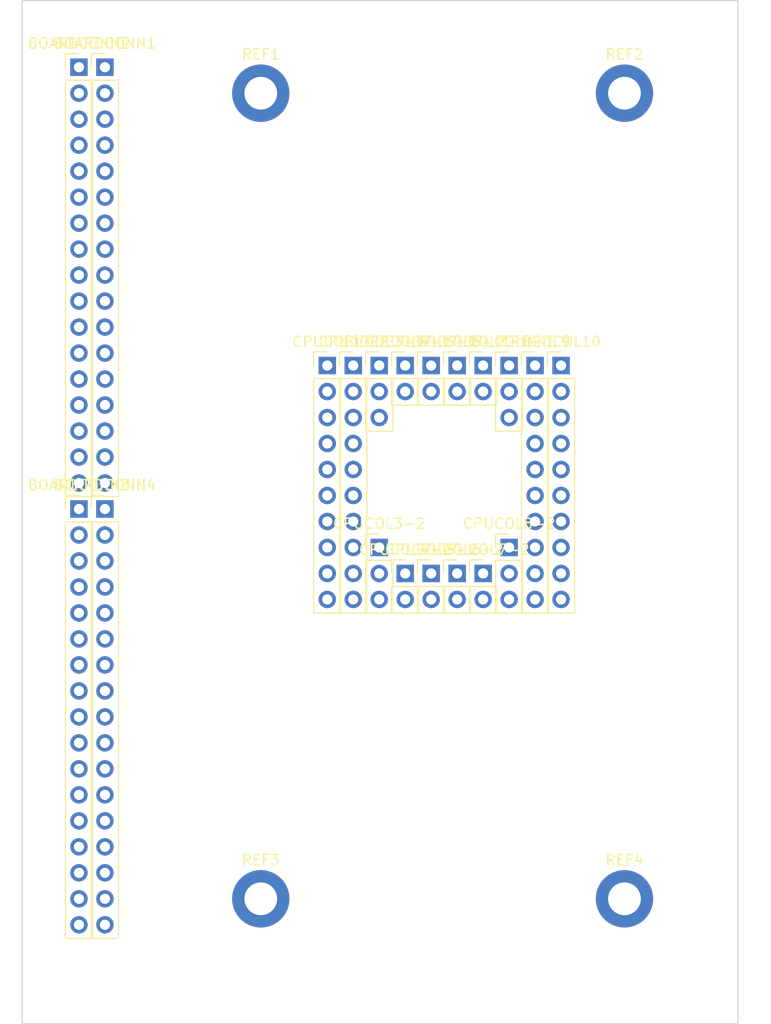
<source format=kicad_pcb>
(kicad_pcb (version 20211014) (generator pcbnew)
  (layers (0 "F.Cu" signal) (31 "B.Cu" signal) (34 "B.Paste" user) (35 "F.Paste" user) (36 "B.SilkS" user "B.Silkscreen") (37 "F.SilkS" user "F.Silkscreen") (38 "B.Mask" user) (39 "F.Mask" user) (44 "Edge.Cuts" user))
  (net 0 "")
  (net 1 "/K1")
  (net 2 "/J1")
  (net 3 "/H1")
  (net 4 "/G1")
  (net 5 "/F1")
  (net 6 "/E1")
  (net 7 "/D1")
  (net 8 "/C1")
  (net 9 "/B1")
  (net 10 "/A1")
  (net 11 "/K2")
  (net 12 "/J2")
  (net 13 "/H2")
  (net 14 "/G2")
  (net 15 "/F2")
  (net 16 "/E2")
  (net 17 "/D2")
  (net 18 "/C2")
  (net 19 "/B2")
  (net 20 "/A2")
  (net 21 "/K3")
  (net 22 "/J3")
  (net 23 "/H3")
  (net 24 "/C3")
  (net 25 "/B3")
  (net 26 "/A3")
  (net 27 "/K4")
  (net 28 "/J4")
  (net 29 "/B4")
  (net 30 "/A4")
  (net 31 "/K5")
  (net 32 "/J5")
  (net 33 "/B5")
  (net 34 "/A5")
  (net 35 "/K6")
  (net 36 "/J6")
  (net 37 "/B6")
  (net 38 "/A6")
  (net 39 "/K7")
  (net 40 "/J7")
  (net 41 "/B7")
  (net 42 "/A7")
  (net 43 "/K8")
  (net 44 "/J8")
  (net 45 "/H8")
  (net 46 "/C8")
  (net 47 "/B8")
  (net 48 "/A8")
  (net 49 "/K9")
  (net 50 "/J9")
  (net 51 "/H9")
  (net 52 "/G9")
  (net 53 "/F9")
  (net 54 "/E9")
  (net 55 "/D9")
  (net 56 "/C9")
  (net 57 "/B9")
  (net 58 "/A9")
  (net 59 "/K10")
  (net 60 "/J10")
  (net 61 "/H10")
  (net 62 "/G10")
  (net 63 "/F10")
  (net 64 "/E10")
  (net 65 "/D10")
  (net 66 "/C10")
  (net 67 "/B10")
  (net 68 "/A10")
  (footprint "Connector_PinHeader_2.54mm:PinHeader_1x02_P2.54mm_Vertical" (layer "F.Cu") (at 75.08 125.68)
    (fp_text reference "CPUCOL7-1" (at 0 -2.33) (layer "F.SilkS"))
    (fp_text value "Conn_01x02_Female")
    (fp_line (start -1.33 1.27) (end -1.33 3.87) (layer "F.SilkS") (width 0.12))
    (fp_line (start -1.33 1.27) (end 1.33 1.27) (layer "F.SilkS") (width 0.12))
    (fp_line (start -1.33 3.87) (end 1.33 3.87) (layer "F.SilkS") (width 0.12))
    (fp_line (start -1.33 -1.33) (end 0 -1.33) (layer "F.SilkS") (width 0.12))
    (fp_line (start 1.33 1.27) (end 1.33 3.87) (layer "F.SilkS") (width 0.12))
    (fp_line (start -1.33 0) (end -1.33 -1.33) (layer "F.SilkS") (width 0.12))
    (pad "1" thru_hole rect (at 0 0) (size 1.7 1.7) (drill 1) (layers *.Cu *.Mask) (net 39 "/K7"))
    (pad "2" thru_hole oval (at 0 2.54) (size 1.7 1.7) (drill 1) (layers *.Cu *.Mask) (net 40 "/J7"))
  )
  (footprint "MountingHole:MountingHole_3.2mm_M3_DIN965_Pad" (layer "F.Cu") (at 88.9 99.06)
    (fp_text reference "REF2" (at 0 -3.8) (layer "F.SilkS"))
    (fp_text value "MountingHole_3.2mm_M3_DIN965_Pad")
    (pad "1" thru_hole circle (at 0 0) (size 5.6 5.6) (drill 3.2) (layers *.Cu *.Mask))
  )
  (footprint "Connector_PinHeader_2.54mm:PinHeader_1x03_P2.54mm_Vertical" (layer "F.Cu") (at 64.92 125.68)
    (fp_text reference "CPUCOL3-1" (at 0 -2.33) (layer "F.SilkS"))
    (fp_text value "Conn_01x03_Female")
    (fp_line (start -1.33 -1.33) (end 0 -1.33) (layer "F.SilkS") (width 0.12))
    (fp_line (start 1.33 1.27) (end 1.33 6.41) (layer "F.SilkS") (width 0.12))
    (fp_line (start -1.33 0) (end -1.33 -1.33) (layer "F.SilkS") (width 0.12))
    (fp_line (start -1.33 1.27) (end 1.33 1.27) (layer "F.SilkS") (width 0.12))
    (fp_line (start -1.33 6.41) (end 1.33 6.41) (layer "F.SilkS") (width 0.12))
    (fp_line (start -1.33 1.27) (end -1.33 6.41) (layer "F.SilkS") (width 0.12))
    (pad "1" thru_hole rect (at 0 0) (size 1.7 1.7) (drill 1) (layers *.Cu *.Mask) (net 21 "/K3"))
    (pad "2" thru_hole oval (at 0 2.54) (size 1.7 1.7) (drill 1) (layers *.Cu *.Mask) (net 22 "/J3"))
    (pad "3" thru_hole oval (at 0 5.08) (size 1.7 1.7) (drill 1) (layers *.Cu *.Mask) (net 23 "/H3"))
  )
  (footprint "MountingHole:MountingHole_3.2mm_M3_DIN965_Pad" (layer "F.Cu") (at 53.34 99.06)
    (fp_text reference "REF1" (at 0 -3.8) (layer "F.SilkS"))
    (fp_text value "MountingHole_3.2mm_M3_DIN965_Pad")
    (pad "1" thru_hole circle (at 0 0) (size 5.6 5.6) (drill 3.2) (layers *.Cu *.Mask))
  )
  (footprint "MountingHole:MountingHole_3.2mm_M3_DIN965_Pad" (layer "F.Cu") (at 53.34 177.8)
    (fp_text reference "REF3" (at 0 -3.8) (layer "F.SilkS"))
    (fp_text value "MountingHole_3.2mm_M3_DIN965_Pad")
    (pad "1" thru_hole circle (at 0 0) (size 5.6 5.6) (drill 3.2) (layers *.Cu *.Mask))
  )
  (footprint "Connector_PinHeader_2.54mm:PinHeader_1x02_P2.54mm_Vertical" (layer "F.Cu") (at 75.08 146)
    (fp_text reference "CPUCOL7-2" (at 0 -2.33) (layer "F.SilkS"))
    (fp_text value "Conn_01x02_Female")
    (fp_line (start -1.33 1.27) (end -1.33 3.87) (layer "F.SilkS") (width 0.12))
    (fp_line (start -1.33 3.87) (end 1.33 3.87) (layer "F.SilkS") (width 0.12))
    (fp_line (start -1.33 -1.33) (end 0 -1.33) (layer "F.SilkS") (width 0.12))
    (fp_line (start 1.33 1.27) (end 1.33 3.87) (layer "F.SilkS") (width 0.12))
    (fp_line (start -1.33 1.27) (end 1.33 1.27) (layer "F.SilkS") (width 0.12))
    (fp_line (start -1.33 0) (end -1.33 -1.33) (layer "F.SilkS") (width 0.12))
    (pad "1" thru_hole rect (at 0 0) (size 1.7 1.7) (drill 1) (layers *.Cu *.Mask) (net 41 "/B7"))
    (pad "2" thru_hole oval (at 0 2.54) (size 1.7 1.7) (drill 1) (layers *.Cu *.Mask) (net 42 "/A7"))
  )
  (footprint "Connector_PinHeader_2.54mm:PinHeader_1x17_P2.54mm_Vertical" (layer "F.Cu") (at 35.56 96.52)
    (fp_text reference "BOARDCONN2" (at 0 -2.33) (layer "F.SilkS"))
    (fp_text value "Conn_01x17_Female")
    (fp_line (start 1.33 1.27) (end 1.33 41.97) (layer "F.SilkS") (width 0.12))
    (fp_line (start -1.33 41.97) (end 1.33 41.97) (layer "F.SilkS") (width 0.12))
    (fp_line (start -1.33 -1.33) (end 0 -1.33) (layer "F.SilkS") (width 0.12))
    (fp_line (start -1.33 1.27) (end -1.33 41.97) (layer "F.SilkS") (width 0.12))
    (fp_line (start -1.33 0) (end -1.33 -1.33) (layer "F.SilkS") (width 0.12))
    (fp_line (start -1.33 1.27) (end 1.33 1.27) (layer "F.SilkS") (width 0.12))
    (pad "1" thru_hole rect (at 0 0) (size 1.7 1.7) (drill 1) (layers *.Cu *.Mask) (net 18 "/C2"))
    (pad "2" thru_hole oval (at 0 2.54) (size 1.7 1.7) (drill 1) (layers *.Cu *.Mask) (net 19 "/B2"))
    (pad "3" thru_hole oval (at 0 5.08) (size 1.7 1.7) (drill 1) (layers *.Cu *.Mask) (net 20 "/A2"))
    (pad "4" thru_hole oval (at 0 7.62) (size 1.7 1.7) (drill 1) (layers *.Cu *.Mask) (net 21 "/K3"))
    (pad "5" thru_hole oval (at 0 10.16) (size 1.7 1.7) (drill 1) (layers *.Cu *.Mask) (net 22 "/J3"))
    (pad "6" thru_hole oval (at 0 12.7) (size 1.7 1.7) (drill 1) (layers *.Cu *.Mask) (net 23 "/H3"))
    (pad "7" thru_hole oval (at 0 15.24) (size 1.7 1.7) (drill 1) (layers *.Cu *.Mask) (net 24 "/C3"))
    (pad "8" thru_hole oval (at 0 17.78) (size 1.7 1.7) (drill 1) (layers *.Cu *.Mask) (net 25 "/B3"))
    (pad "9" thru_hole oval (at 0 20.32) (size 1.7 1.7) (drill 1) (layers *.Cu *.Mask) (net 26 "/A3"))
    (pad "10" thru_hole oval (at 0 22.86) (size 1.7 1.7) (drill 1) (layers *.Cu *.Mask) (net 27 "/K4"))
    (pad "11" thru_hole oval (at 0 25.4) (size 1.7 1.7) (drill 1) (layers *.Cu *.Mask) (net 28 "/J4"))
    (pad "12" thru_hole oval (at 0 27.94) (size 1.7 1.7) (drill 1) (layers *.Cu *.Mask) (net 29 "/B4"))
    (pad "13" thru_hole oval (at 0 30.48) (size 1.7 1.7) (drill 1) (layers *.Cu *.Mask) (net 30 "/A4"))
    (pad "14" thru_hole oval (at 0 33.02) (size 1.7 1.7) (drill 1) (layers *.Cu *.Mask) (net 31 "/K5"))
    (pad "15" thru_hole oval (at 0 35.56) (size 1.7 1.7) (drill 1) (layers *.Cu *.Mask) (net 32 "/J5"))
    (pad "16" thru_hole oval (at 0 38.1) (size 1.7 1.7) (drill 1) (layers *.Cu *.Mask) (net 33 "/B5"))
    (pad "17" thru_hole oval (at 0 40.64) (size 1.7 1.7) (drill 1) (layers *.Cu *.Mask) (net 34 "/A5"))
  )
  (footprint "Connector_PinHeader_2.54mm:PinHeader_1x02_P2.54mm_Vertical" (layer "F.Cu") (at 70 146)
    (fp_text reference "CPUCOL5-2" (at 0 -2.33) (layer "F.SilkS"))
    (fp_text value "Conn_01x02_Female")
    (fp_line (start -1.33 1.27) (end 1.33 1.27) (layer "F.SilkS") (width 0.12))
    (fp_line (start -1.33 1.27) (end -1.33 3.87) (layer "F.SilkS") (width 0.12))
    (fp_line (start -1.33 0) (end -1.33 -1.33) (layer "F.SilkS") (width 0.12))
    (fp_line (start -1.33 3.87) (end 1.33 3.87) (layer "F.SilkS") (width 0.12))
    (fp_line (start 1.33 1.27) (end 1.33 3.87) (layer "F.SilkS") (width 0.12))
    (fp_line (start -1.33 -1.33) (end 0 -1.33) (layer "F.SilkS") (width 0.12))
    (pad "1" thru_hole rect (at 0 0) (size 1.7 1.7) (drill 1) (layers *.Cu *.Mask) (net 33 "/B5"))
    (pad "2" thru_hole oval (at 0 2.54) (size 1.7 1.7) (drill 1) (layers *.Cu *.Mask) (net 34 "/A5"))
  )
  (footprint "Connector_PinHeader_2.54mm:PinHeader_1x10_P2.54mm_Vertical" (layer "F.Cu") (at 59.84 125.68)
    (fp_text reference "CPUCOL1" (at 0 -2.33) (layer "F.SilkS"))
    (fp_text value "Conn_01x10_Female")
    (fp_line (start -1.33 24.19) (end 1.33 24.19) (layer "F.SilkS") (width 0.12))
    (fp_line (start -1.33 -1.33) (end 0 -1.33) (layer "F.SilkS") (width 0.12))
    (fp_line (start -1.33 0) (end -1.33 -1.33) (layer "F.SilkS") (width 0.12))
    (fp_line (start -1.33 1.27) (end 1.33 1.27) (layer "F.SilkS") (width 0.12))
    (fp_line (start 1.33 1.27) (end 1.33 24.19) (layer "F.SilkS") (width 0.12))
    (fp_line (start -1.33 1.27) (end -1.33 24.19) (layer "F.SilkS") (width 0.12))
    (pad "1" thru_hole rect (at 0 0) (size 1.7 1.7) (drill 1) (layers *.Cu *.Mask) (net 1 "/K1"))
    (pad "2" thru_hole oval (at 0 2.54) (size 1.7 1.7) (drill 1) (layers *.Cu *.Mask) (net 2 "/J1"))
    (pad "3" thru_hole oval (at 0 5.08) (size 1.7 1.7) (drill 1) (layers *.Cu *.Mask) (net 3 "/H1"))
    (pad "4" thru_hole oval (at 0 7.62) (size 1.7 1.7) (drill 1) (layers *.Cu *.Mask) (net 4 "/G1"))
    (pad "5" thru_hole oval (at 0 10.16) (size 1.7 1.7) (drill 1) (layers *.Cu *.Mask) (net 5 "/F1"))
    (pad "6" thru_hole oval (at 0 12.7) (size 1.7 1.7) (drill 1) (layers *.Cu *.Mask) (net 6 "/E1"))
    (pad "7" thru_hole oval (at 0 15.24) (size 1.7 1.7) (drill 1) (layers *.Cu *.Mask) (net 7 "/D1"))
    (pad "8" thru_hole oval (at 0 17.78) (size 1.7 1.7) (drill 1) (layers *.Cu *.Mask) (net 8 "/C1"))
    (pad "9" thru_hole oval (at 0 20.32) (size 1.7 1.7) (drill 1) (layers *.Cu *.Mask) (net 9 "/B1"))
    (pad "10" thru_hole oval (at 0 22.86) (size 1.7 1.7) (drill 1) (layers *.Cu *.Mask) (net 10 "/A1"))
  )
  (footprint "Connector_PinHeader_2.54mm:PinHeader_1x02_P2.54mm_Vertical" (layer "F.Cu") (at 70 125.68)
    (fp_text reference "CPUCOL5-1" (at 0 -2.33) (layer "F.SilkS"))
    (fp_text value "Conn_01x02_Female")
    (fp_line (start -1.33 1.27) (end -1.33 3.87) (layer "F.SilkS") (width 0.12))
    (fp_line (start -1.33 -1.33) (end 0 -1.33) (layer "F.SilkS") (width 0.12))
    (fp_line (start -1.33 1.27) (end 1.33 1.27) (layer "F.SilkS") (width 0.12))
    (fp_line (start 1.33 1.27) (end 1.33 3.87) (layer "F.SilkS") (width 0.12))
    (fp_line (start -1.33 0) (end -1.33 -1.33) (layer "F.SilkS") (width 0.12))
    (fp_line (start -1.33 3.87) (end 1.33 3.87) (layer "F.SilkS") (width 0.12))
    (pad "1" thru_hole rect (at 0 0) (size 1.7 1.7) (drill 1) (layers *.Cu *.Mask) (net 31 "/K5"))
    (pad "2" thru_hole oval (at 0 2.54) (size 1.7 1.7) (drill 1) (layers *.Cu *.Mask) (net 32 "/J5"))
  )
  (footprint "Connector_PinHeader_2.54mm:PinHeader_1x03_P2.54mm_Vertical" (layer "F.Cu") (at 77.62 125.68)
    (fp_text reference "CPUCOL8-1" (at 0 -2.33) (layer "F.SilkS"))
    (fp_text value "Conn_01x03_Female")
    (fp_line (start 1.33 1.27) (end 1.33 6.41) (layer "F.SilkS") (width 0.12))
    (fp_line (start -1.33 0) (end -1.33 -1.33) (layer "F.SilkS") (width 0.12))
    (fp_line (start -1.33 1.27) (end 1.33 1.27) (layer "F.SilkS") (width 0.12))
    (fp_line (start -1.33 1.27) (end -1.33 6.41) (layer "F.SilkS") (width 0.12))
    (fp_line (start -1.33 6.41) (end 1.33 6.41) (layer "F.SilkS") (width 0.12))
    (fp_line (start -1.33 -1.33) (end 0 -1.33) (layer "F.SilkS") (width 0.12))
    (pad "1" thru_hole rect (at 0 0) (size 1.7 1.7) (drill 1) (layers *.Cu *.Mask) (net 43 "/K8"))
    (pad "2" thru_hole oval (at 0 2.54) (size 1.7 1.7) (drill 1) (layers *.Cu *.Mask) (net 44 "/J8"))
    (pad "3" thru_hole oval (at 0 5.08) (size 1.7 1.7) (drill 1) (layers *.Cu *.Mask) (net 45 "/H8"))
  )
  (footprint "MountingHole:MountingHole_3.2mm_M3_DIN965_Pad" (layer "F.Cu") (at 88.9 177.8)
    (fp_text reference "REF4" (at 0 -3.8) (layer "F.SilkS"))
    (fp_text value "MountingHole_3.2mm_M3_DIN965_Pad")
    (pad "1" thru_hole circle (at 0 0) (size 5.6 5.6) (drill 3.2) (layers *.Cu *.Mask))
  )
  (footprint "Connector_PinHeader_2.54mm:PinHeader_1x02_P2.54mm_Vertical" (layer "F.Cu") (at 67.46 125.68)
    (fp_text reference "CPUCOL4-1" (at 0 -2.33) (layer "F.SilkS"))
    (fp_text value "Conn_01x02_Female")
    (fp_line (start -1.33 -1.33) (end 0 -1.33) (layer "F.SilkS") (width 0.12))
    (fp_line (start -1.33 3.87) (end 1.33 3.87) (layer "F.SilkS") (width 0.12))
    (fp_line (start -1.33 1.27) (end 1.33 1.27) (layer "F.SilkS") (width 0.12))
    (fp_line (start -1.33 0) (end -1.33 -1.33) (layer "F.SilkS") (width 0.12))
    (fp_line (start -1.33 1.27) (end -1.33 3.87) (layer "F.SilkS") (width 0.12))
    (fp_line (start 1.33 1.27) (end 1.33 3.87) (layer "F.SilkS") (width 0.12))
    (pad "1" thru_hole rect (at 0 0) (size 1.7 1.7) (drill 1) (layers *.Cu *.Mask) (net 27 "/K4"))
    (pad "2" thru_hole oval (at 0 2.54) (size 1.7 1.7) (drill 1) (layers *.Cu *.Mask) (net 28 "/J4"))
  )
  (footprint "Connector_PinHeader_2.54mm:PinHeader_1x10_P2.54mm_Vertical" (layer "F.Cu") (at 62.38 125.68)
    (fp_text reference "CPUCOL2" (at 0 -2.33) (layer "F.SilkS"))
    (fp_text value "Conn_01x10_Female")
    (fp_line (start -1.33 -1.33) (end 0 -1.33) (layer "F.SilkS") (width 0.12))
    (fp_line (start -1.33 24.19) (end 1.33 24.19) (layer "F.SilkS") (width 0.12))
    (fp_line (start -1.33 0) (end -1.33 -1.33) (layer "F.SilkS") (width 0.12))
    (fp_line (start -1.33 1.27) (end 1.33 1.27) (layer "F.SilkS") (width 0.12))
    (fp_line (start 1.33 1.27) (end 1.33 24.19) (layer "F.SilkS") (width 0.12))
    (fp_line (start -1.33 1.27) (end -1.33 24.19) (layer "F.SilkS") (width 0.12))
    (pad "1" thru_hole rect (at 0 0) (size 1.7 1.7) (drill 1) (layers *.Cu *.Mask) (net 11 "/K2"))
    (pad "2" thru_hole oval (at 0 2.54) (size 1.7 1.7) (drill 1) (layers *.Cu *.Mask) (net 12 "/J2"))
    (pad "3" thru_hole oval (at 0 5.08) (size 1.7 1.7) (drill 1) (layers *.Cu *.Mask) (net 13 "/H2"))
    (pad "4" thru_hole oval (at 0 7.62) (size 1.7 1.7) (drill 1) (layers *.Cu *.Mask) (net 14 "/G2"))
    (pad "5" thru_hole oval (at 0 10.16) (size 1.7 1.7) (drill 1) (layers *.Cu *.Mask) (net 15 "/F2"))
    (pad "6" thru_hole oval (at 0 12.7) (size 1.7 1.7) (drill 1) (layers *.Cu *.Mask) (net 16 "/E2"))
    (pad "7" thru_hole oval (at 0 15.24) (size 1.7 1.7) (drill 1) (layers *.Cu *.Mask) (net 17 "/D2"))
    (pad "8" thru_hole oval (at 0 17.78) (size 1.7 1.7) (drill 1) (layers *.Cu *.Mask) (net 18 "/C2"))
    (pad "9" thru_hole oval (at 0 20.32) (size 1.7 1.7) (drill 1) (layers *.Cu *.Mask) (net 19 "/B2"))
    (pad "10" thru_hole oval (at 0 22.86) (size 1.7 1.7) (drill 1) (layers *.Cu *.Mask) (net 20 "/A2"))
  )
  (footprint "Connector_PinHeader_2.54mm:PinHeader_1x17_P2.54mm_Vertical" (layer "F.Cu") (at 38.1 139.7)
    (fp_text reference "BOARDCONN4" (at 0 -2.33) (layer "F.SilkS"))
    (fp_text value "Conn_01x17_Female")
    (fp_line (start -1.33 41.97) (end 1.33 41.97) (layer "F.SilkS") (width 0.12))
    (fp_line (start -1.33 -1.33) (end 0 -1.33) (layer "F.SilkS") (width 0.12))
    (fp_line (start -1.33 1.27) (end 1.33 1.27) (layer "F.SilkS") (width 0.12))
    (fp_line (start -1.33 1.27) (end -1.33 41.97) (layer "F.SilkS") (width 0.12))
    (fp_line (start 1.33 1.27) (end 1.33 41.97) (layer "F.SilkS") (width 0.12))
    (fp_line (start -1.33 0) (end -1.33 -1.33) (layer "F.SilkS") (width 0.12))
    (pad "1" thru_hole rect (at 0 0) (size 1.7 1.7) (drill 1) (layers *.Cu *.Mask) (net 52 "/G9"))
    (pad "2" thru_hole oval (at 0 2.54) (size 1.7 1.7) (drill 1) (layers *.Cu *.Mask) (net 53 "/F9"))
    (pad "3" thru_hole oval (at 0 5.08) (size 1.7 1.7) (drill 1) (layers *.Cu *.Mask) (net 54 "/E9"))
    (pad "4" thru_hole oval (at 0 7.62) (size 1.7 1.7) (drill 1) (layers *.Cu *.Mask) (net 55 "/D9"))
    (pad "5" thru_hole oval (at 0 10.16) (size 1.7 1.7) (drill 1) (layers *.Cu *.Mask) (net 56 "/C9"))
    (pad "6" thru_hole oval (at 0 12.7) (size 1.7 1.7) (drill 1) (layers *.Cu *.Mask) (net 57 "/B9"))
    (pad "7" thru_hole oval (at 0 15.24) (size 1.7 1.7) (drill 1) (layers *.Cu *.Mask) (net 58 "/A9"))
    (pad "8" thru_hole oval (at 0 17.78) (size 1.7 1.7) (drill 1) (layers *.Cu *.Mask) (net 59 "/K10"))
    (pad "9" thru_hole oval (at 0 20.32) (size 1.7 1.7) (drill 1) (layers *.Cu *.Mask) (net 60 "/J10"))
    (pad "10" thru_hole oval (at 0 22.86) (size 1.7 1.7) (drill 1) (layers *.Cu *.Mask) (net 61 "/H10"))
    (pad "11" thru_hole oval (at 0 25.4) (size 1.7 1.7) (drill 1) (layers *.Cu *.Mask) (net 62 "/G10"))
    (pad "12" thru_hole oval (at 0 27.94) (size 1.7 1.7) (drill 1) (layers *.Cu *.Mask) (net 63 "/F10"))
    (pad "13" thru_hole oval (at 0 30.48) (size 1.7 1.7) (drill 1) (layers *.Cu *.Mask) (net 64 "/E10"))
    (pad "14" thru_hole oval (at 0 33.02) (size 1.7 1.7) (drill 1) (layers *.Cu *.Mask) (net 65 "/D10"))
    (pad "15" thru_hole oval (at 0 35.56) (size 1.7 1.7) (drill 1) (layers *.Cu *.Mask) (net 66 "/C10"))
    (pad "16" thru_hole oval (at 0 38.1) (size 1.7 1.7) (drill 1) (layers *.Cu *.Mask) (net 67 "/B10"))
    (pad "17" thru_hole oval (at 0 40.64) (size 1.7 1.7) (drill 1) (layers *.Cu *.Mask) (net 68 "/A10"))
  )
  (footprint "Connector_PinHeader_2.54mm:PinHeader_1x03_P2.54mm_Vertical" (layer "F.Cu") (at 64.92 143.46)
    (fp_text reference "CPUCOL3-2" (at 0 -2.33) (layer "F.SilkS"))
    (fp_text value "Conn_01x03_Female")
    (fp_line (start -1.33 0) (end -1.33 -1.33) (layer "F.SilkS") (width 0.12))
    (fp_line (start 1.33 1.27) (end 1.33 6.41) (layer "F.SilkS") (width 0.12))
    (fp_line (start -1.33 1.27) (end -1.33 6.41) (layer "F.SilkS") (width 0.12))
    (fp_line (start -1.33 -1.33) (end 0 -1.33) (layer "F.SilkS") (width 0.12))
    (fp_line (start -1.33 1.27) (end 1.33 1.27) (layer "F.SilkS") (width 0.12))
    (fp_line (start -1.33 6.41) (end 1.33 6.41) (layer "F.SilkS") (width 0.12))
    (pad "1" thru_hole rect (at 0 0) (size 1.7 1.7) (drill 1) (layers *.Cu *.Mask) (net 24 "/C3"))
    (pad "2" thru_hole oval (at 0 2.54) (size 1.7 1.7) (drill 1) (layers *.Cu *.Mask) (net 25 "/B3"))
    (pad "3" thru_hole oval (at 0 5.08) (size 1.7 1.7) (drill 1) (layers *.Cu *.Mask) (net 26 "/A3"))
  )
  (footprint "Connector_PinHeader_2.54mm:PinHeader_1x17_P2.54mm_Vertical" (layer "F.Cu") (at 38.1 96.52)
    (fp_text reference "BOARDCONN1" (at 0 -2.33) (layer "F.SilkS"))
    (fp_text value "Conn_01x17_Female")
    (fp_line (start -1.33 0) (end -1.33 -1.33) (layer "F.SilkS") (width 0.12))
    (fp_line (start -1.33 1.27) (end -1.33 41.97) (layer "F.SilkS") (width 0.12))
    (fp_line (start -1.33 41.97) (end 1.33 41.97) (layer "F.SilkS") (width 0.12))
    (fp_line (start -1.33 -1.33) (end 0 -1.33) (layer "F.SilkS") (width 0.12))
    (fp_line (start 1.33 1.27) (end 1.33 41.97) (layer "F.SilkS") (width 0.12))
    (fp_line (start -1.33 1.27) (end 1.33 1.27) (layer "F.SilkS") (width 0.12))
    (pad "1" thru_hole rect (at 0 0) (size 1.7 1.7) (drill 1) (layers *.Cu *.Mask) (net 1 "/K1"))
    (pad "2" thru_hole oval (at 0 2.54) (size 1.7 1.7) (drill 1) (layers *.Cu *.Mask) (net 2 "/J1"))
    (pad "3" thru_hole oval (at 0 5.08) (size 1.7 1.7) (drill 1) (layers *.Cu *.Mask) (net 3 "/H1"))
    (pad "4" thru_hole oval (at 0 7.62) (size 1.7 1.7) (drill 1) (layers *.Cu *.Mask) (net 4 "/G1"))
    (pad "5" thru_hole oval (at 0 10.16) (size 1.7 1.7) (drill 1) (layers *.Cu *.Mask) (net 5 "/F1"))
    (pad "6" thru_hole oval (at 0 12.7) (size 1.7 1.7) (drill 1) (layers *.Cu *.Mask) (net 6 "/E1"))
    (pad "7" thru_hole oval (at 0 15.24) (size 1.7 1.7) (drill 1) (layers *.Cu *.Mask) (net 7 "/D1"))
    (pad "8" thru_hole oval (at 0 17.78) (size 1.7 1.7) (drill 1) (layers *.Cu *.Mask) (net 8 "/C1"))
    (pad "9" thru_hole oval (at 0 20.32) (size 1.7 1.7) (drill 1) (layers *.Cu *.Mask) (net 9 "/B1"))
    (pad "10" thru_hole oval (at 0 22.86) (size 1.7 1.7) (drill 1) (layers *.Cu *.Mask) (net 10 "/A1"))
    (pad "11" thru_hole oval (at 0 25.4) (size 1.7 1.7) (drill 1) (layers *.Cu *.Mask) (net 11 "/K2"))
    (pad "12" thru_hole oval (at 0 27.94) (size 1.7 1.7) (drill 1) (layers *.Cu *.Mask) (net 12 "/J2"))
    (pad "13" thru_hole oval (at 0 30.48) (size 1.7 1.7) (drill 1) (layers *.Cu *.Mask) (net 13 "/H2"))
    (pad "14" thru_hole oval (at 0 33.02) (size 1.7 1.7) (drill 1) (layers *.Cu *.Mask) (net 14 "/G2"))
    (pad "15" thru_hole oval (at 0 35.56) (size 1.7 1.7) (drill 1) (layers *.Cu *.Mask) (net 15 "/F2"))
    (pad "16" thru_hole oval (at 0 38.1) (size 1.7 1.7) (drill 1) (layers *.Cu *.Mask) (net 16 "/E2"))
    (pad "17" thru_hole oval (at 0 40.64) (size 1.7 1.7) (drill 1) (layers *.Cu *.Mask) (net 17 "/D2"))
  )
  (footprint "Connector_PinHeader_2.54mm:PinHeader_1x02_P2.54mm_Vertical" (layer "F.Cu") (at 72.54 146)
    (fp_text reference "CPUCOL6-2" (at 0 -2.33) (layer "F.SilkS"))
    (fp_text value "Conn_01x02_Female")
    (fp_line (start -1.33 3.87) (end 1.33 3.87) (layer "F.SilkS") (width 0.12))
    (fp_line (start -1.33 1.27) (end 1.33 1.27) (layer "F.SilkS") (width 0.12))
    (fp_line (start -1.33 -1.33) (end 0 -1.33) (layer "F.SilkS") (width 0.12))
    (fp_line (start -1.33 1.27) (end -1.33 3.87) (layer "F.SilkS") (width 0.12))
    (fp_line (start 1.33 1.27) (end 1.33 3.87) (layer "F.SilkS") (width 0.12))
    (fp_line (start -1.33 0) (end -1.33 -1.33) (layer "F.SilkS") (width 0.12))
    (pad "1" thru_hole rect (at 0 0) (size 1.7 1.7) (drill 1) (layers *.Cu *.Mask) (net 37 "/B6"))
    (pad "2" thru_hole oval (at 0 2.54) (size 1.7 1.7) (drill 1) (layers *.Cu *.Mask) (net 38 "/A6"))
  )
  (footprint "Connector_PinHeader_2.54mm:PinHeader_1x03_P2.54mm_Vertical" (layer "F.Cu") (at 77.62 143.46)
    (fp_text reference "CPUCOL8-2" (at 0 -2.33) (layer "F.SilkS"))
    (fp_text value "Conn_01x03_Female")
    (fp_line (start -1.33 1.27) (end -1.33 6.41) (layer "F.SilkS") (width 0.12))
    (fp_line (start -1.33 1.27) (end 1.33 1.27) (layer "F.SilkS") (width 0.12))
    (fp_line (start -1.33 0) (end -1.33 -1.33) (layer "F.SilkS") (width 0.12))
    (fp_line (start 1.33 1.27) (end 1.33 6.41) (layer "F.SilkS") (width 0.12))
    (fp_line (start -1.33 6.41) (end 1.33 6.41) (layer "F.SilkS") (width 0.12))
    (fp_line (start -1.33 -1.33) (end 0 -1.33) (layer "F.SilkS") (width 0.12))
    (pad "1" thru_hole rect (at 0 0) (size 1.7 1.7) (drill 1) (layers *.Cu *.Mask) (net 46 "/C8"))
    (pad "2" thru_hole oval (at 0 2.54) (size 1.7 1.7) (drill 1) (layers *.Cu *.Mask) (net 47 "/B8"))
    (pad "3" thru_hole oval (at 0 5.08) (size 1.7 1.7) (drill 1) (layers *.Cu *.Mask) (net 48 "/A8"))
  )
  (footprint "Connector_PinHeader_2.54mm:PinHeader_1x02_P2.54mm_Vertical" (layer "F.Cu") (at 67.46 146)
    (fp_text reference "CPUCOL4-2" (at 0 -2.33) (layer "F.SilkS"))
    (fp_text value "Conn_01x02_Female")
    (fp_line (start -1.33 -1.33) (end 0 -1.33) (layer "F.SilkS") (width 0.12))
    (fp_line (start -1.33 0) (end -1.33 -1.33) (layer "F.SilkS") (width 0.12))
    (fp_line (start -1.33 1.27) (end 1.33 1.27) (layer "F.SilkS") (width 0.12))
    (fp_line (start 1.33 1.27) (end 1.33 3.87) (layer "F.SilkS") (width 0.12))
    (fp_line (start -1.33 1.27) (end -1.33 3.87) (layer "F.SilkS") (width 0.12))
    (fp_line (start -1.33 3.87) (end 1.33 3.87) (layer "F.SilkS") (width 0.12))
    (pad "1" thru_hole rect (at 0 0) (size 1.7 1.7) (drill 1) (layers *.Cu *.Mask) (net 29 "/B4"))
    (pad "2" thru_hole oval (at 0 2.54) (size 1.7 1.7) (drill 1) (layers *.Cu *.Mask) (net 30 "/A4"))
  )
  (footprint "Connector_PinHeader_2.54mm:PinHeader_1x10_P2.54mm_Vertical" (layer "F.Cu") (at 82.7 125.68)
    (fp_text reference "CPUCOL10" (at 0 -2.33) (layer "F.SilkS"))
    (fp_text value "Conn_01x10_Female")
    (fp_line (start -1.33 24.19) (end 1.33 24.19) (layer "F.SilkS") (width 0.12))
    (fp_line (start 1.33 1.27) (end 1.33 24.19) (layer "F.SilkS") (width 0.12))
    (fp_line (start -1.33 0) (end -1.33 -1.33) (layer "F.SilkS") (width 0.12))
    (fp_line (start -1.33 1.27) (end 1.33 1.27) (layer "F.SilkS") (width 0.12))
    (fp_line (start -1.33 -1.33) (end 0 -1.33) (layer "F.SilkS") (width 0.12))
    (fp_line (start -1.33 1.27) (end -1.33 24.19) (layer "F.SilkS") (width 0.12))
    (pad "1" thru_hole rect (at 0 0) (size 1.7 1.7) (drill 1) (layers *.Cu *.Mask) (net 59 "/K10"))
    (pad "2" thru_hole oval (at 0 2.54) (size 1.7 1.7) (drill 1) (layers *.Cu *.Mask) (net 60 "/J10"))
    (pad "3" thru_hole oval (at 0 5.08) (size 1.7 1.7) (drill 1) (layers *.Cu *.Mask) (net 61 "/H10"))
    (pad "4" thru_hole oval (at 0 7.62) (size 1.7 1.7) (drill 1) (layers *.Cu *.Mask) (net 62 "/G10"))
    (pad "5" thru_hole oval (at 0 10.16) (size 1.7 1.7) (drill 1) (layers *.Cu *.Mask) (net 63 "/F10"))
    (pad "6" thru_hole oval (at 0 12.7) (size 1.7 1.7) (drill 1) (layers *.Cu *.Mask) (net 64 "/E10"))
    (pad "7" thru_hole oval (at 0 15.24) (size 1.7 1.7) (drill 1) (layers *.Cu *.Mask) (net 65 "/D10"))
    (pad "8" thru_hole oval (at 0 17.78) (size 1.7 1.7) (drill 1) (layers *.Cu *.Mask) (net 66 "/C10"))
    (pad "9" thru_hole oval (at 0 20.32) (size 1.7 1.7) (drill 1) (layers *.Cu *.Mask) (net 67 "/B10"))
    (pad "10" thru_hole oval (at 0 22.86) (size 1.7 1.7) (drill 1) (layers *.Cu *.Mask) (net 68 "/A10"))
  )
  (footprint "Connector_PinHeader_2.54mm:PinHeader_1x10_P2.54mm_Vertical" (layer "F.Cu") (at 80.16 125.68)
    (fp_text reference "CPUCOL9" (at 0 -2.33) (layer "F.SilkS"))
    (fp_text value "Conn_01x10_Female")
    (fp_line (start -1.33 -1.33) (end 0 -1.33) (layer "F.SilkS") (width 0.12))
    (fp_line (start -1.33 1.27) (end 1.33 1.27) (layer "F.SilkS") (width 0.12))
    (fp_line (start -1.33 0) (end -1.33 -1.33) (layer "F.SilkS") (width 0.12))
    (fp_line (start -1.33 1.27) (end -1.33 24.19) (layer "F.SilkS") (width 0.12))
    (fp_line (start 1.33 1.27) (end 1.33 24.19) (layer "F.SilkS") (width 0.12))
    (fp_line (start -1.33 24.19) (end 1.33 24.19) (layer "F.SilkS") (width 0.12))
    (pad "1" thru_hole rect (at 0 0) (size 1.7 1.7) (drill 1) (layers *.Cu *.Mask) (net 49 "/K9"))
    (pad "2" thru_hole oval (at 0 2.54) (size 1.7 1.7) (drill 1) (layers *.Cu *.Mask) (net 50 "/J9"))
    (pad "3" thru_hole oval (at 0 5.08) (size 1.7 1.7) (drill 1) (layers *.Cu *.Mask) (net 51 "/H9"))
    (pad "4" thru_hole oval (at 0 7.62) (size 1.7 1.7) (drill 1) (layers *.Cu *.Mask) (net 52 "/G9"))
    (pad "5" thru_hole oval (at 0 10.16) (size 1.7 1.7) (drill 1) (layers *.Cu *.Mask) (net 53 "/F9"))
    (pad "6" thru_hole oval (at 0 12.7) (size 1.7 1.7) (drill 1) (layers *.Cu *.Mask) (net 54 "/E9"))
    (pad "7" thru_hole oval (at 0 15.24) (size 1.7 1.7) (drill 1) (layers *.Cu *.Mask) (net 55 "/D9"))
    (pad "8" thru_hole oval (at 0 17.78) (size 1.7 1.7) (drill 1) (layers *.Cu *.Mask) (net 56 "/C9"))
    (pad "9" thru_hole oval (at 0 20.32) (size 1.7 1.7) (drill 1) (layers *.Cu *.Mask) (net 57 "/B9"))
    (pad "10" thru_hole oval (at 0 22.86) (size 1.7 1.7) (drill 1) (layers *.Cu *.Mask) (net 58 "/A9"))
  )
  (footprint "Connector_PinHeader_2.54mm:PinHeader_1x17_P2.54mm_Vertical" (layer "F.Cu") (at 35.56 139.7)
    (fp_text reference "BOARDCONN3" (at 0 -2.33) (layer "F.SilkS"))
    (fp_text value "Conn_01x17_Female")
    (fp_line (start -1.33 1.27) (end 1.33 1.27) (layer "F.SilkS") (width 0.12))
    (fp_line (start -1.33 1.27) (end -1.33 41.97) (layer "F.SilkS") (width 0.12))
    (fp_line (start -1.33 -1.33) (end 0 -1.33) (layer "F.SilkS") (width 0.12))
    (fp_line (start -1.33 0) (end -1.33 -1.33) (layer "F.SilkS") (width 0.12))
    (fp_line (start 1.33 1.27) (end 1.33 41.97) (layer "F.SilkS") (width 0.12))
    (fp_line (start -1.33 41.97) (end 1.33 41.97) (layer "F.SilkS") (width 0.12))
    (pad "1" thru_hole rect (at 0 0) (size 1.7 1.7) (drill 1) (layers *.Cu *.Mask) (net 35 "/K6"))
    (pad "2" thru_hole oval (at 0 2.54) (size 1.7 1.7) (drill 1) (layers *.Cu *.Mask) (net 36 "/J6"))
    (pad "3" thru_hole oval (at 0 5.08) (size 1.7 1.7) (drill 1) (layers *.Cu *.Mask) (net 37 "/B6"))
    (pad "4" thru_hole oval (at 0 7.62) (size 1.7 1.7) (drill 1) (layers *.Cu *.Mask) (net 38 "/A6"))
    (pad "5" thru_hole oval (at 0 10.16) (size 1.7 1.7) (drill 1) (layers *.Cu *.Mask) (net 39 "/K7"))
    (pad "6" thru_hole oval (at 0 12.7) (size 1.7 1.7) (drill 1) (layers *.Cu *.Mask) (net 40 "/J7"))
    (pad "7" thru_hole oval (at 0 15.24) (size 1.7 1.7) (drill 1) (layers *.Cu *.Mask) (net 41 "/B7"))
    (pad "8" thru_hole oval (at 0 17.78) (size 1.7 1.7) (drill 1) (layers *.Cu *.Mask) (net 42 "/A7"))
    (pad "9" thru_hole oval (at 0 20.32) (size 1.7 1.7) (drill 1) (layers *.Cu *.Mask) (net 43 "/K8"))
    (pad "10" thru_hole oval (at 0 22.86) (size 1.7 1.7) (drill 1) (layers *.Cu *.Mask) (net 44 "/J8"))
    (pad "11" thru_hole oval (at 0 25.4) (size 1.7 1.7) (drill 1) (layers *.Cu *.Mask) (net 45 "/H8"))
    (pad "12" thru_hole oval (at 0 27.94) (size 1.7 1.7) (drill 1) (layers *.Cu *.Mask) (net 46 "/C8"))
    (pad "13" thru_hole oval (at 0 30.48) (size 1.7 1.7) (drill 1) (layers *.Cu *.Mask) (net 47 "/B8"))
    (pad "14" thru_hole oval (at 0 33.02) (size 1.7 1.7) (drill 1) (layers *.Cu *.Mask) (net 48 "/A8"))
    (pad "15" thru_hole oval (at 0 35.56) (size 1.7 1.7) (drill 1) (layers *.Cu *.Mask) (net 49 "/K9"))
    (pad "16" thru_hole oval (at 0 38.1) (size 1.7 1.7) (drill 1) (layers *.Cu *.Mask) (net 50 "/J9"))
    (pad "17" thru_hole oval (at 0 40.64) (size 1.7 1.7) (drill 1) (layers *.Cu *.Mask) (net 51 "/H9"))
  )
  (footprint "Connector_PinHeader_2.54mm:PinHeader_1x02_P2.54mm_Vertical" (layer "F.Cu") (at 72.54 125.68)
    (fp_text reference "CPUCOL6-1" (at 0 -2.33) (layer "F.SilkS"))
    (fp_text value "Conn_01x02_Female")
    (fp_line (start -1.33 0) (end -1.33 -1.33) (layer "F.SilkS") (width 0.12))
    (fp_line (start -1.33 1.27) (end -1.33 3.87) (layer "F.SilkS") (width 0.12))
    (fp_line (start 1.33 1.27) (end 1.33 3.87) (layer "F.SilkS") (width 0.12))
    (fp_line (start -1.33 -1.33) (end 0 -1.33) (layer "F.SilkS") (width 0.12))
    (fp_line (start -1.33 1.27) (end 1.33 1.27) (layer "F.SilkS") (width 0.12))
    (fp_line (start -1.33 3.87) (end 1.33 3.87) (layer "F.SilkS") (width 0.12))
    (pad "1" thru_hole rect (at 0 0) (size 1.7 1.7) (drill 1) (layers *.Cu *.Mask) (net 35 "/K6"))
    (pad "2" thru_hole oval (at 0 2.54) (size 1.7 1.7) (drill 1) (layers *.Cu *.Mask) (net 36 "/J6"))
  )
  (gr_rect (start 30 90) (end 100 190) (layer "Edge.Cuts") (width 0.1) (fill none))
)
</source>
